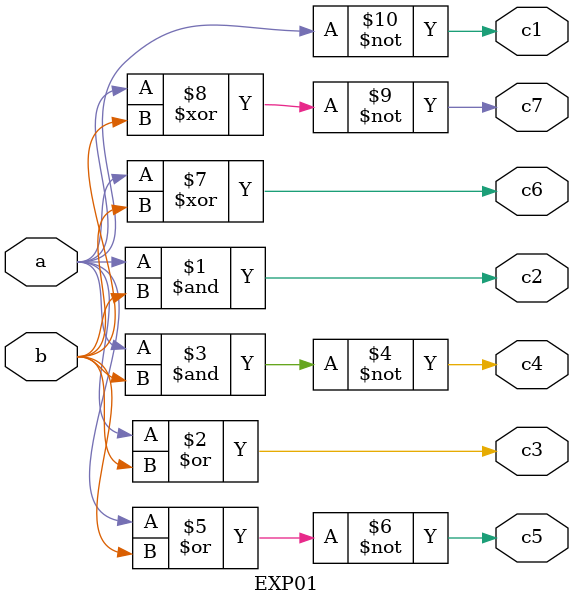
<source format=v>
module EXP01(a,b,c1,c2,c3,c4,c5,c6,c7); 
input a,b; 
output c1,c2,c3,c4,c5,c6,c7; 
not g1(c1,a); 
and g2(c2,a,b); 
or g3(c3,a,b); 
nand g4(c4,a,b); 
nor g5(c5,a,b); 
xor g6(c6,a,b); 
xnor g7(c7,a,b); 
endmodule 
</source>
